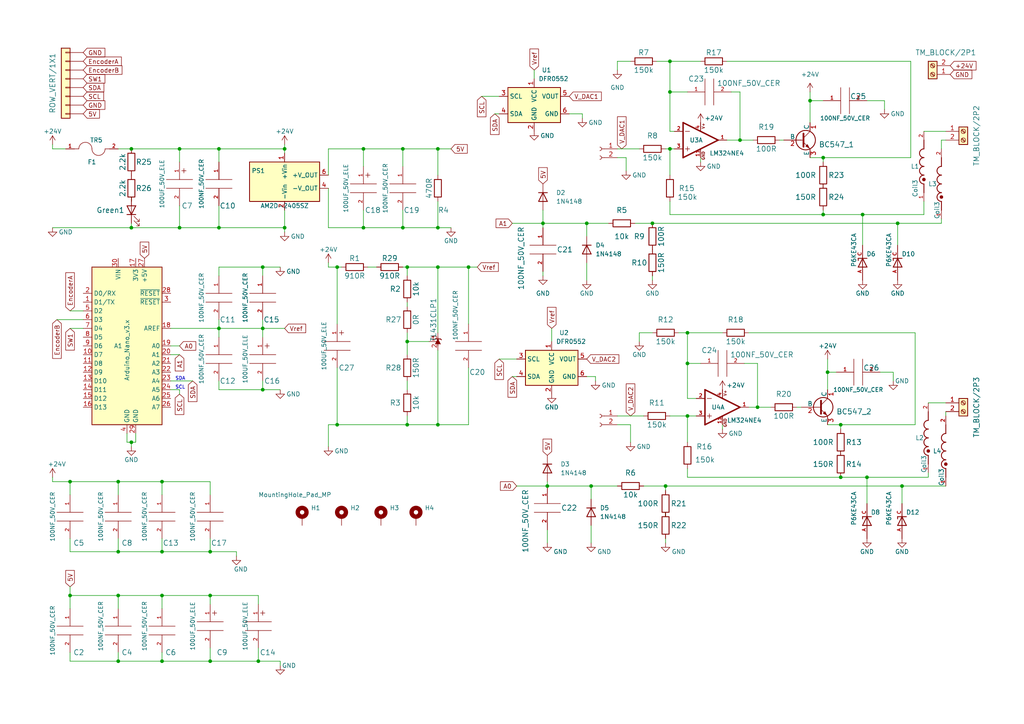
<source format=kicad_sch>
(kicad_sch (version 20230121) (generator eeschema)
  (paper "A4")
  (junction (at 63.5 66.04))
  (junction (at 38.1 43.18))
  (junction (at 46.99 172.72))
  (junction (at 60.96 172.72))
  (junction (at 76.2 113.03))
  (junction (at 194.31 43.18))
  (junction (at 194.31 26.67))
  (junction (at 105.41 43.18))
  (junction (at 63.5 95.25))
  (junction (at 34.29 191.77))
  (junction (at 116.84 43.18))
  (junction (at 118.11 99.06))
  (junction (at 60.96 191.77))
  (junction (at 127 66.04))
  (junction (at 127 123.19))
  (junction (at 238.76 45.72))
  (junction (at 20.32 172.72))
  (junction (at 118.11 77.47))
  (junction (at 82.55 66.04))
  (junction (at 251.46 138.43))
  (junction (at 34.29 139.7))
  (junction (at 189.23 64.77))
  (junction (at 199.39 96.52))
  (junction (at 34.29 160.02))
  (junction (at 238.76 62.23))
  (junction (at 214.63 40.64))
  (junction (at 97.79 123.19))
  (junction (at 127 43.18))
  (junction (at 52.07 43.18))
  (junction (at 260.35 64.77))
  (junction (at 261.62 140.97))
  (junction (at 240.03 107.95))
  (junction (at 76.2 95.25))
  (junction (at 38.1 66.04))
  (junction (at 170.18 64.77))
  (junction (at 63.5 43.18))
  (junction (at 199.39 120.65))
  (junction (at 46.99 160.02))
  (junction (at 52.07 66.04))
  (junction (at 234.95 29.21))
  (junction (at 243.84 138.43))
  (junction (at 60.96 160.02))
  (junction (at 243.84 123.19))
  (junction (at 46.99 139.7))
  (junction (at 135.89 77.47))
  (junction (at 171.45 140.97))
  (junction (at 116.84 66.04))
  (junction (at 127 77.47))
  (junction (at 157.48 64.77))
  (junction (at 76.2 77.47))
  (junction (at 250.19 62.23))
  (junction (at 97.79 77.47))
  (junction (at 46.99 191.77))
  (junction (at 82.55 43.18))
  (junction (at 219.71 118.11))
  (junction (at 158.75 140.97))
  (junction (at 38.1 128.27))
  (junction (at 74.93 191.77))
  (junction (at 20.32 139.7))
  (junction (at 194.31 17.78))
  (junction (at 105.41 66.04))
  (junction (at 34.29 172.72))
  (junction (at 199.39 105.41))
  (junction (at 193.04 140.97))
  (junction (at 118.11 123.19))
  (wire (pts (xy 15.24 41.91) (xy 15.24 43.18)))
  (wire (pts (xy 46.99 191.77) (xy 60.96 191.77)))
  (wire (pts (xy 199.39 120.65) (xy 201.93 120.65)))
  (wire (pts (xy 74.93 191.77) (xy 74.93 187.96)))
  (wire (pts (xy 231.14 118.11) (xy 232.41 118.11)))
  (wire (pts (xy 264.16 17.78) (xy 210.82 17.78)))
  (wire (pts (xy 194.31 43.18) (xy 194.31 50.8)))
  (wire (pts (xy 82.55 66.04) (xy 82.55 67.31)))
  (wire (pts (xy 179.07 17.78) (xy 182.88 17.78)))
  (wire (pts (xy 274.32 116.84) (xy 269.24 116.84)))
  (wire (pts (xy 209.55 96.52) (xy 199.39 96.52)))
  (wire (pts (xy 199.39 135.89) (xy 199.39 138.43)))
  (wire (pts (xy 46.99 160.02) (xy 60.96 160.02)))
  (wire (pts (xy 194.31 43.18) (xy 195.58 43.18)))
  (wire (pts (xy 157.48 64.77) (xy 170.18 64.77)))
  (wire (pts (xy 234.95 29.21) (xy 234.95 35.56)))
  (wire (pts (xy 238.76 54.61) (xy 238.76 53.34)))
  (wire (pts (xy 63.5 43.18) (xy 82.55 43.18)))
  (wire (pts (xy 97.79 77.47) (xy 97.79 93.98)))
  (wire (pts (xy 194.31 58.42) (xy 194.31 62.23)))
  (wire (pts (xy 196.85 96.52) (xy 199.39 96.52)))
  (wire (pts (xy 193.04 43.18) (xy 194.31 43.18)))
  (wire (pts (xy 209.55 123.19) (xy 209.55 124.46)))
  (wire (pts (xy 63.5 113.03) (xy 76.2 113.03)))
  (wire (pts (xy 52.07 100.33) (xy 49.53 100.33)))
  (wire (pts (xy 269.24 137.16) (xy 269.24 138.43)))
  (wire (pts (xy 251.46 138.43) (xy 251.46 146.05)))
  (wire (pts (xy 34.29 156.21) (xy 34.29 160.02)))
  (wire (pts (xy 181.61 45.72) (xy 181.61 49.53)))
  (wire (pts (xy 52.07 43.18) (xy 52.07 46.99)))
  (wire (pts (xy 36.83 128.27) (xy 38.1 128.27)))
  (wire (pts (xy 97.79 77.47) (xy 99.06 77.47)))
  (wire (pts (xy 199.39 138.43) (xy 243.84 138.43)))
  (wire (pts (xy 219.71 118.11) (xy 223.52 118.11)))
  (wire (pts (xy 194.31 17.78) (xy 194.31 26.67)))
  (wire (pts (xy 215.9 105.41) (xy 219.71 105.41)))
  (wire (pts (xy 243.84 132.08) (xy 243.84 130.81)))
  (wire (pts (xy 194.31 26.67) (xy 199.39 26.67)))
  (wire (pts (xy 63.5 95.25) (xy 63.5 97.79)))
  (wire (pts (xy 76.2 113.03) (xy 81.28 113.03)))
  (wire (pts (xy 60.96 156.21) (xy 60.96 160.02)))
  (wire (pts (xy 74.93 191.77) (xy 81.28 191.77)))
  (wire (pts (xy 52.07 113.03) (xy 52.07 114.3)))
  (wire (pts (xy 193.04 140.97) (xy 261.62 140.97)))
  (wire (pts (xy 49.53 113.03) (xy 52.07 113.03)))
  (wire (pts (xy 118.11 88.9) (xy 118.11 87.63)))
  (wire (pts (xy 274.32 119.38) (xy 274.32 120.65)))
  (wire (pts (xy 118.11 123.19) (xy 127 123.19)))
  (wire (pts (xy 154.94 20.32) (xy 154.94 22.86)))
  (wire (pts (xy 127 77.47) (xy 135.89 77.47)))
  (wire (pts (xy 194.31 120.65) (xy 199.39 120.65)))
  (wire (pts (xy 190.5 17.78) (xy 194.31 17.78)))
  (wire (pts (xy 234.95 29.21) (xy 238.76 29.21)))
  (wire (pts (xy 261.62 140.97) (xy 274.32 140.97)))
  (wire (pts (xy 274.32 40.64) (xy 273.05 40.64)))
  (wire (pts (xy 135.89 77.47) (xy 138.43 77.47)))
  (wire (pts (xy 95.25 76.2) (xy 95.25 77.47)))
  (wire (pts (xy 193.04 149.86) (xy 193.04 148.59)))
  (wire (pts (xy 52.07 43.18) (xy 63.5 43.18)))
  (wire (pts (xy 60.96 172.72) (xy 74.93 172.72)))
  (wire (pts (xy 265.43 96.52) (xy 217.17 96.52)))
  (wire (pts (xy 234.95 45.72) (xy 238.76 45.72)))
  (wire (pts (xy 240.03 104.14) (xy 240.03 107.95)))
  (wire (pts (xy 38.1 64.77) (xy 38.1 66.04)))
  (wire (pts (xy 81.28 191.77) (xy 81.28 193.04)))
  (wire (pts (xy 260.35 64.77) (xy 260.35 71.12)))
  (wire (pts (xy 34.29 191.77) (xy 34.29 189.23)))
  (wire (pts (xy 267.97 58.42) (xy 267.97 62.23)))
  (wire (pts (xy 182.88 123.19) (xy 182.88 128.27)))
  (wire (pts (xy 171.45 140.97) (xy 171.45 144.78)))
  (wire (pts (xy 214.63 26.67) (xy 214.63 40.64)))
  (wire (pts (xy 227.33 40.64) (xy 226.06 40.64)))
  (wire (pts (xy 158.75 139.7) (xy 158.75 140.97)))
  (wire (pts (xy 105.41 60.96) (xy 105.41 66.04)))
  (wire (pts (xy 267.97 38.1) (xy 274.32 38.1)))
  (wire (pts (xy 118.11 96.52) (xy 118.11 99.06)))
  (wire (pts (xy 194.31 26.67) (xy 194.31 38.1)))
  (wire (pts (xy 185.42 96.52) (xy 189.23 96.52)))
  (wire (pts (xy 243.84 123.19) (xy 265.43 123.19)))
  (wire (pts (xy 20.32 95.25) (xy 24.13 95.25)))
  (wire (pts (xy 194.31 38.1) (xy 195.58 38.1)))
  (wire (pts (xy 172.72 109.22) (xy 170.18 109.22)))
  (wire (pts (xy 20.32 156.21) (xy 20.32 160.02)))
  (wire (pts (xy 20.32 191.77) (xy 34.29 191.77)))
  (wire (pts (xy 243.84 138.43) (xy 251.46 138.43)))
  (wire (pts (xy 157.48 66.04) (xy 157.48 64.77)))
  (wire (pts (xy 63.5 95.25) (xy 76.2 95.25)))
  (wire (pts (xy 158.75 140.97) (xy 171.45 140.97)))
  (wire (pts (xy 149.86 140.97) (xy 158.75 140.97)))
  (wire (pts (xy 52.07 59.69) (xy 52.07 66.04)))
  (wire (pts (xy 20.32 172.72) (xy 20.32 176.53)))
  (wire (pts (xy 38.1 129.54) (xy 38.1 128.27)))
  (wire (pts (xy 20.32 170.18) (xy 20.32 172.72)))
  (wire (pts (xy 199.39 120.65) (xy 199.39 128.27)))
  (wire (pts (xy 15.24 138.43) (xy 15.24 139.7)))
  (wire (pts (xy 34.29 139.7) (xy 46.99 139.7)))
  (wire (pts (xy 34.29 160.02) (xy 46.99 160.02)))
  (wire (pts (xy 82.55 43.18) (xy 82.55 44.45)))
  (wire (pts (xy 60.96 160.02) (xy 68.58 160.02)))
  (wire (pts (xy 238.76 45.72) (xy 238.76 46.99)))
  (wire (pts (xy 95.25 77.47) (xy 97.79 77.47)))
  (wire (pts (xy 116.84 60.96) (xy 116.84 66.04)))
  (wire (pts (xy 34.29 43.18) (xy 38.1 43.18)))
  (wire (pts (xy 76.2 113.03) (xy 76.2 110.49)))
  (wire (pts (xy 127 101.6) (xy 127 123.19)))
  (wire (pts (xy 243.84 123.19) (xy 243.84 124.46)))
  (wire (pts (xy 63.5 66.04) (xy 82.55 66.04)))
  (wire (pts (xy 118.11 77.47) (xy 127 77.47)))
  (wire (pts (xy 251.46 29.21) (xy 256.54 29.21)))
  (wire (pts (xy 170.18 64.77) (xy 170.18 68.58)))
  (wire (pts (xy 76.2 92.71) (xy 76.2 95.25)))
  (wire (pts (xy 46.99 191.77) (xy 46.99 189.23)))
  (wire (pts (xy 63.5 43.18) (xy 63.5 46.99)))
  (wire (pts (xy 238.76 62.23) (xy 250.19 62.23)))
  (wire (pts (xy 95.25 66.04) (xy 95.25 54.61)))
  (wire (pts (xy 179.07 45.72) (xy 181.61 45.72)))
  (wire (pts (xy 186.69 140.97) (xy 193.04 140.97)))
  (wire (pts (xy 199.39 96.52) (xy 199.39 105.41)))
  (wire (pts (xy 76.2 77.47) (xy 81.28 77.47)))
  (wire (pts (xy 20.32 90.17) (xy 24.13 90.17)))
  (wire (pts (xy 36.83 125.73) (xy 36.83 128.27)))
  (wire (pts (xy 118.11 80.01) (xy 118.11 77.47)))
  (wire (pts (xy 165.1 33.02) (xy 168.91 33.02)))
  (wire (pts (xy 170.18 64.77) (xy 176.53 64.77)))
  (wire (pts (xy 49.53 95.25) (xy 63.5 95.25)))
  (wire (pts (xy 38.1 66.04) (xy 52.07 66.04)))
  (wire (pts (xy 105.41 66.04) (xy 116.84 66.04)))
  (wire (pts (xy 127 123.19) (xy 135.89 123.19)))
  (wire (pts (xy 68.58 160.02) (xy 68.58 161.29)))
  (wire (pts (xy 127 43.18) (xy 127 50.8)))
  (wire (pts (xy 60.96 191.77) (xy 74.93 191.77)))
  (wire (pts (xy 265.43 123.19) (xy 265.43 96.52)))
  (wire (pts (xy 240.03 107.95) (xy 240.03 113.03)))
  (wire (pts (xy 118.11 99.06) (xy 118.11 102.87)))
  (wire (pts (xy 76.2 95.25) (xy 76.2 97.79)))
  (wire (pts (xy 157.48 60.96) (xy 157.48 64.77)))
  (wire (pts (xy 168.91 33.02) (xy 168.91 34.29)))
  (wire (pts (xy 46.99 172.72) (xy 34.29 172.72)))
  (wire (pts (xy 52.07 66.04) (xy 63.5 66.04)))
  (wire (pts (xy 97.79 106.68) (xy 97.79 123.19)))
  (wire (pts (xy 38.1 57.15) (xy 38.1 58.42)))
  (wire (pts (xy 179.07 20.32) (xy 179.07 17.78)))
  (wire (pts (xy 127 43.18) (xy 130.81 43.18)))
  (wire (pts (xy 273.05 64.77) (xy 260.35 64.77)))
  (wire (pts (xy 203.2 45.72) (xy 203.2 46.99)))
  (wire (pts (xy 34.29 139.7) (xy 34.29 143.51)))
  (wire (pts (xy 46.99 172.72) (xy 46.99 176.53)))
  (wire (pts (xy 63.5 92.71) (xy 63.5 95.25)))
  (wire (pts (xy 219.71 105.41) (xy 219.71 118.11)))
  (wire (pts (xy 118.11 120.65) (xy 118.11 123.19)))
  (wire (pts (xy 76.2 95.25) (xy 82.55 95.25)))
  (wire (pts (xy 194.31 62.23) (xy 238.76 62.23)))
  (wire (pts (xy 160.02 95.25) (xy 160.02 99.06)))
  (wire (pts (xy 60.96 139.7) (xy 46.99 139.7)))
  (wire (pts (xy 34.29 191.77) (xy 46.99 191.77)))
  (wire (pts (xy 46.99 139.7) (xy 46.99 143.51)))
  (wire (pts (xy 95.25 66.04) (xy 105.41 66.04)))
  (wire (pts (xy 238.76 45.72) (xy 264.16 45.72)))
  (wire (pts (xy 179.07 43.18) (xy 185.42 43.18)))
  (wire (pts (xy 116.84 66.04) (xy 127 66.04)))
  (wire (pts (xy 212.09 26.67) (xy 214.63 26.67)))
  (wire (pts (xy 184.15 64.77) (xy 189.23 64.77)))
  (wire (pts (xy 34.29 172.72) (xy 20.32 172.72)))
  (wire (pts (xy 127 58.42) (xy 127 66.04)))
  (wire (pts (xy 95.25 123.19) (xy 95.25 129.54)))
  (wire (pts (xy 63.5 80.01) (xy 63.5 77.47)))
  (wire (pts (xy 16.51 92.71) (xy 24.13 92.71)))
  (wire (pts (xy 38.1 43.18) (xy 52.07 43.18)))
  (wire (pts (xy 105.41 43.18) (xy 105.41 48.26)))
  (wire (pts (xy 49.53 110.49) (xy 55.88 110.49)))
  (wire (pts (xy 185.42 96.52) (xy 185.42 99.06)))
  (wire (pts (xy 20.32 139.7) (xy 20.32 143.51)))
  (wire (pts (xy 251.46 138.43) (xy 269.24 138.43)))
  (wire (pts (xy 116.84 77.47) (xy 118.11 77.47)))
  (wire (pts (xy 76.2 77.47) (xy 76.2 80.01)))
  (wire (pts (xy 194.31 17.78) (xy 203.2 17.78)))
  (wire (pts (xy 63.5 113.03) (xy 63.5 110.49)))
  (wire (pts (xy 148.59 64.77) (xy 157.48 64.77)))
  (wire (pts (xy 199.39 105.41) (xy 199.39 115.57)))
  (wire (pts (xy 193.04 156.21) (xy 193.04 157.48)))
  (wire (pts (xy 217.17 118.11) (xy 219.71 118.11)))
  (wire (pts (xy 63.5 77.47) (xy 76.2 77.47)))
  (wire (pts (xy 261.62 140.97) (xy 261.62 146.05)))
  (wire (pts (xy 20.32 139.7) (xy 34.29 139.7)))
  (wire (pts (xy 148.59 109.22) (xy 149.86 109.22)))
  (wire (pts (xy 127 66.04) (xy 130.81 66.04)))
  (wire (pts (xy 15.24 43.18) (xy 19.05 43.18)))
  (wire (pts (xy 20.32 160.02) (xy 34.29 160.02)))
  (wire (pts (xy 118.11 110.49) (xy 118.11 113.03)))
  (wire (pts (xy 95.25 43.18) (xy 105.41 43.18)))
  (wire (pts (xy 74.93 172.72) (xy 74.93 175.26)))
  (wire (pts (xy 144.78 104.14) (xy 149.86 104.14)))
  (wire (pts (xy 52.07 102.87) (xy 49.53 102.87)))
  (wire (pts (xy 264.16 45.72) (xy 264.16 17.78)))
  (wire (pts (xy 189.23 81.28) (xy 189.23 80.01)))
  (wire (pts (xy 127 77.47) (xy 127 96.52)))
  (wire (pts (xy 273.05 40.64) (xy 273.05 43.18)))
  (wire (pts (xy 210.82 40.64) (xy 214.63 40.64)))
  (wire (pts (xy 39.37 125.73) (xy 39.37 128.27)))
  (wire (pts (xy 199.39 115.57) (xy 201.93 115.57)))
  (wire (pts (xy 255.27 107.95) (xy 259.08 107.95)))
  (wire (pts (xy 172.72 109.22) (xy 172.72 110.49)))
  (wire (pts (xy 171.45 152.4) (xy 171.45 157.48)))
  (wire (pts (xy 20.32 191.77) (xy 20.32 189.23)))
  (wire (pts (xy 105.41 43.18) (xy 116.84 43.18)))
  (wire (pts (xy 106.68 77.47) (xy 109.22 77.47)))
  (wire (pts (xy 171.45 140.97) (xy 179.07 140.97)))
  (wire (pts (xy 199.39 105.41) (xy 203.2 105.41)))
  (wire (pts (xy 60.96 191.77) (xy 60.96 187.96)))
  (wire (pts (xy 139.7 27.94) (xy 144.78 27.94)))
  (wire (pts (xy 118.11 99.06) (xy 124.46 99.06)))
  (wire (pts (xy 60.96 172.72) (xy 60.96 175.26)))
  (wire (pts (xy 15.24 139.7) (xy 20.32 139.7)))
  (wire (pts (xy 143.51 33.02) (xy 144.78 33.02)))
  (wire (pts (xy 46.99 172.72) (xy 60.96 172.72)))
  (wire (pts (xy 95.25 43.18) (xy 95.25 50.8)))
  (wire (pts (xy 82.55 60.96) (xy 82.55 66.04)))
  (wire (pts (xy 259.08 107.95) (xy 259.08 110.49)))
  (wire (pts (xy 38.1 128.27) (xy 39.37 128.27)))
  (wire (pts (xy 46.99 156.21) (xy 46.99 160.02)))
  (wire (pts (xy 63.5 59.69) (xy 63.5 66.04)))
  (wire (pts (xy 157.48 78.74) (xy 157.48 80.01)))
  (wire (pts (xy 135.89 106.68) (xy 135.89 123.19)))
  (wire (pts (xy 240.03 107.95) (xy 242.57 107.95)))
  (wire (pts (xy 234.95 26.67) (xy 234.95 29.21)))
  (wire (pts (xy 238.76 60.96) (xy 238.76 62.23)))
  (wire (pts (xy 60.96 139.7) (xy 60.96 143.51)))
  (wire (pts (xy 82.55 41.91) (xy 82.55 43.18)))
  (wire (pts (xy 273.05 63.5) (xy 273.05 64.77)))
  (wire (pts (xy 179.07 123.19) (xy 182.88 123.19)))
  (wire (pts (xy 250.19 62.23) (xy 250.19 71.12)))
  (wire (pts (xy 170.18 76.2) (xy 170.18 81.28)))
  (wire (pts (xy 95.25 123.19) (xy 97.79 123.19)))
  (wire (pts (xy 116.84 43.18) (xy 127 43.18)))
  (wire (pts (xy 189.23 64.77) (xy 260.35 64.77)))
  (wire (pts (xy 240.03 123.19) (xy 243.84 123.19)))
  (wire (pts (xy 158.75 157.48) (xy 158.75 153.67)))
  (wire (pts (xy 34.29 172.72) (xy 34.29 176.53)))
  (wire (pts (xy 214.63 40.64) (xy 218.44 40.64)))
  (wire (pts (xy 256.54 29.21) (xy 256.54 31.75)))
  (wire (pts (xy 179.07 120.65) (xy 186.69 120.65)))
  (wire (pts (xy 250.19 62.23) (xy 267.97 62.23)))
  (wire (pts (xy 97.79 123.19) (xy 118.11 123.19)))
  (wire (pts (xy 116.84 43.18) (xy 116.84 48.26)))
  (wire (pts (xy 15.24 66.04) (xy 38.1 66.04)))
  (wire (pts (xy 193.04 140.97) (xy 193.04 142.24)))
  (wire (pts (xy 135.89 77.47) (xy 135.89 93.98)))
  (text "SDA" (at 50.8 110.49 0) (effects (font (size 1 1)) (justify left bottom)))
  (text "SCL" (at 50.8 113.03 0) (effects (font (size 1 1)) (justify left bottom)))
  (global_label "SDA" (shape input) (at 148.59 109.22 270) (property "Intersheetrefs" "${INTERSHEET_REFS}" (effects hide)))
  (global_label "GND" (shape input) (at 24.13 15.24 0) (property "Intersheetrefs" "${INTERSHEET_REFS}" (effects hide)))
  (global_label "V_DAC1" (shape input) (at 165.1 27.94 0) (property "Intersheetrefs" "${INTERSHEET_REFS}" (effects hide)))
  (global_label "SCL" (shape input) (at 52.07 114.3 270) (property "Intersheetrefs" "${INTERSHEET_REFS}" (effects hide)))
  (global_label "GND" (shape input) (at 275.59 21.59 0) (property "Intersheetrefs" "${INTERSHEET_REFS}" (effects hide)))
  (global_label "EncoderB" (shape input) (at 24.13 20.32 0) (property "Intersheetrefs" "${INTERSHEET_REFS}" (effects hide)))
  (global_label "A0" (shape input) (at 149.86 140.97 180) (property "Intersheetrefs" "${INTERSHEET_REFS}" (effects hide)))
  (global_label "5V" (shape input) (at 24.13 33.02 0) (property "Intersheetrefs" "${INTERSHEET_REFS}" (effects hide)))
  (global_label "EncoderB" (shape input) (at 16.51 92.71 270) (property "Intersheetrefs" "${INTERSHEET_REFS}" (effects hide)))
  (global_label "5V" (shape input) (at 130.81 43.18 0) (property "Intersheetrefs" "${INTERSHEET_REFS}" (effects hide)))
  (global_label "SCL" (shape input) (at 24.13 27.94 0) (property "Intersheetrefs" "${INTERSHEET_REFS}" (effects hide)))
  (global_label "EncoderA" (shape input) (at 24.13 17.78 0) (property "Intersheetrefs" "${INTERSHEET_REFS}" (effects hide)))
  (global_label "5V" (shape input) (at 20.32 170.18 90) (property "Intersheetrefs" "${INTERSHEET_REFS}" (effects hide)))
  (global_label "V_DAC1" (shape input) (at 180.34 43.18 90) (property "Intersheetrefs" "${INTERSHEET_REFS}" (effects hide)))
  (global_label "Vref" (shape input) (at 82.55 95.25 0) (property "Intersheetrefs" "${INTERSHEET_REFS}" (effects hide)))
  (global_label "Vref" (shape input) (at 138.43 77.47 0) (property "Intersheetrefs" "${INTERSHEET_REFS}" (effects hide)))
  (global_label "SDA" (shape input) (at 55.88 110.49 270) (property "Intersheetrefs" "${INTERSHEET_REFS}" (effects hide)))
  (global_label "SW1" (shape input) (at 24.13 22.86 0) (property "Intersheetrefs" "${INTERSHEET_REFS}" (effects hide)))
  (global_label "SCL" (shape input) (at 139.7 27.94 270) (property "Intersheetrefs" "${INTERSHEET_REFS}" (effects hide)))
  (global_label "+24V" (shape input) (at 275.59 19.05 0) (property "Intersheetrefs" "${INTERSHEET_REFS}" (effects hide)))
  (global_label "Vref" (shape input) (at 154.94 20.32 90) (property "Intersheetrefs" "${INTERSHEET_REFS}" (effects hide)))
  (global_label "V_DAC2" (shape input) (at 182.88 120.65 90) (property "Intersheetrefs" "${INTERSHEET_REFS}" (effects hide)))
  (global_label "SDA" (shape input) (at 143.51 33.02 270) (property "Intersheetrefs" "${INTERSHEET_REFS}" (effects hide)))
  (global_label "EncoderA" (shape input) (at 20.32 90.17 90) (property "Intersheetrefs" "${INTERSHEET_REFS}" (effects hide)))
  (global_label "SCL" (shape input) (at 144.78 104.14 270) (property "Intersheetrefs" "${INTERSHEET_REFS}" (effects hide)))
  (global_label "A1" (shape input) (at 148.59 64.77 180) (property "Intersheetrefs" "${INTERSHEET_REFS}" (effects hide)))
  (global_label "5V" (shape input) (at 158.75 132.08 90) (property "Intersheetrefs" "${INTERSHEET_REFS}" (effects hide)))
  (global_label "GND" (shape input) (at 24.13 30.48 0) (property "Intersheetrefs" "${INTERSHEET_REFS}" (effects hide)))
  (global_label "SDA" (shape input) (at 24.13 25.4 0) (property "Intersheetrefs" "${INTERSHEET_REFS}" (effects hide)))
  (global_label "Vref" (shape input) (at 160.02 95.25 90) (property "Intersheetrefs" "${INTERSHEET_REFS}" (effects hide)))
  (global_label "A0" (shape input) (at 52.07 100.33 0) (property "Intersheetrefs" "${INTERSHEET_REFS}" (effects hide)))
  (global_label "SW1" (shape input) (at 20.32 95.25 270) (property "Intersheetrefs" "${INTERSHEET_REFS}" (effects hide)))
  (global_label "V_DAC2" (shape input) (at 170.18 104.14 0) (property "Intersheetrefs" "${INTERSHEET_REFS}" (effects hide)))
  (global_label "5V" (shape input) (at 41.91 74.93 90) (property "Intersheetrefs" "${INTERSHEET_REFS}" (effects hide)))
  (global_label "5V" (shape input) (at 157.48 53.34 90) (property "Intersheetrefs" "${INTERSHEET_REFS}" (effects hide)))
  (global_label "A1" (shape input) (at 52.07 102.87 270) (property "Intersheetrefs" "${INTERSHEET_REFS}" (effects hide)))
  (symbol (lib_id "power:GND") (at 38.1 129.54 0) (unit 1)
    (property "Reference" "#PWR06" (effects hide))
    (property "Value" "GND" (at 38.1 133.35 0))
  )
  (symbol (lib_id "VAMK_R_SMD:150k") (at 190.5 120.65 0) (unit 1)
    (property "Reference" "R11" (at 190.5 116.84 0) (effects (font (size 1.524 1.524))))
    (property "Value" "150k" (at 190.5 123.19 0) (effects (font (size 1.524 1.524))))
    (property "Footprint" "VAMK_R_SMD:1206" (effects hide))
    (property "Datasheet" "\"\"" (effects hide))
    (property "Storing Location" "EC6,  SMD station" (effects hide))
    (property "Tolerance" " +-5%" (effects hide))
    (property "Order Number Farnell" "613964" (effects hide))
    (property "Blank Field" "none" (effects hide))
  )
  (symbol (lib_id "VAMK_CON:TM_BLOCK_2P") (at 270.51 21.59 180) (unit 1)
    (property "Reference" "TM_BLOCK/2P1" (at 274.32 15.24 0) (effects (font (size 1.524 1.524))))
    (property "Value" "TM_BLOCK_2P" (effects hide))
    (property "Footprint" "VAMK_CON:TM_BLOCK_2P" (effects hide))
    (property "Datasheet" "\"\"" (effects hide))
    (property "Storing Location" "3.10.3.1" (effects hide))
    (property "Order Number Elfa" "48-375-06" (effects hide))
    (property "Order Numer Farnell" "963-2670" (effects hide))
  )
  (symbol (lib_id "power:GND") (at 251.46 156.21 0) (unit 1)
    (property "Reference" "#PWR037" (effects hide))
    (property "Value" "GND" (at 251.46 160.02 0))
  )
  (symbol (lib_id "power:GND") (at 81.28 77.47 0) (unit 1)
    (property "Reference" "#PWR010" (effects hide))
    (property "Value" "GND" (at 85.09 78.74 0))
  )
  (symbol (lib_id "VAMK_CON:TM_BLOCK_2P") (at 279.4 116.84 0) (unit 1)
    (property "Reference" "TM_BLOCK/2P3" (at 283.21 127 90) (effects (font (size 1.524 1.524)) (justify left)))
    (property "Value" "TM_BLOCK_2P" (effects hide))
    (property "Footprint" "VAMK_CON:TM_BLOCK_2P" (effects hide))
    (property "Datasheet" "\"\"" (effects hide))
    (property "Storing Location" "3.10.3.1" (effects hide))
    (property "Order Number Elfa" "48-375-06" (effects hide))
    (property "Order Numer Farnell" "963-2670" (effects hide))
  )
  (symbol (lib_id "VAMK_C_SMD:100NF_50V_CER") (at 76.2 86.36 270) (unit 1)
    (property "Reference" "C15" (at 78.74 92.71 90) (effects (font (size 1.524 1.524))))
    (property "Value" "100NF_50V_CER" (at 71.12 86.36 0) (effects (font (size 1.2 1.2))))
    (property "Footprint" "VAMK_C_SMD:C1206" (effects hide))
    (property "Datasheet" "\"\"" (effects hide))
    (property "Storing Location" " EC6, SMD station" (effects hide))
    (property "Tolerance" " +-10%" (effects hide))
    (property "Order Number Elfa" "65-776-88" (effects hide))
    (property "Prototype Name" "100n" (effects hide))
  )
  (symbol (lib_id "VAMK_C_SMD:100NF_50V_CER") (at 245.11 29.21 0) (unit 1)
    (property "Reference" "C25" (at 248.92 27.94 0) (effects (font (size 1.524 1.524))))
    (property "Value" "100NF_50V_CER" (at 245.11 34.29 0) (effects (font (size 1.2 1.2))))
    (property "Footprint" "VAMK_C_SMD:C1206" (effects hide))
    (property "Datasheet" "\"\"" (effects hide))
    (property "Storing Location" " EC6, SMD station" (effects hide))
    (property "Tolerance" " +-10%" (effects hide))
    (property "Order Number Elfa" "65-776-88" (effects hide))
    (property "Prototype Name" "100n" (effects hide))
  )
  (symbol (lib_id "Mechanical:MountingHole_Pad_MP") (at 120.65 149.86 0) (unit 1)
    (property "Reference" "H4" (at 123.19 147.32 0) (effects (justify left)))
    (property "Value" "MountingHole_Pad_MP" (effects hide))
    (property "Footprint" "MountingHole:MountingHole_3.5mm_Pad" (effects hide))
  )
  (symbol (lib_id "power:+24V") (at 240.03 104.14 0) (unit 1)
    (property "Reference" "#PWR035" (effects hide))
    (property "Value" "+24V" (at 240.03 100.33 0))
  )
  (symbol (lib_id "VAMK_R_SMD:150k") (at 186.69 17.78 0) (unit 1)
    (property "Reference" "R7" (at 186.69 15.24 0) (effects (font (size 1.524 1.524))))
    (property "Value" "150k" (at 186.69 20.32 0) (effects (font (size 1.524 1.524))))
    (property "Footprint" "VAMK_R_SMD:1206" (effects hide))
    (property "Datasheet" "\"\"" (effects hide))
    (property "Storing Location" "EC6,  SMD station" (effects hide))
    (property "Tolerance" " +-5%" (effects hide))
    (property "Order Number Farnell" "613964" (effects hide))
    (property "Blank Field" "none" (effects hide))
  )
  (symbol (lib_id "VAMK_R_SMD:150k") (at 194.31 54.61 90) (unit 1)
    (property "Reference" "R15" (at 196.85 54.61 90) (effects (font (size 1.524 1.524)) (justify right)))
    (property "Value" "150k" (at 199.39 57.15 90) (effects (font (size 1.524 1.524))))
    (property "Footprint" "VAMK_R_SMD:1206" (effects hide))
    (property "Datasheet" "\"\"" (effects hide))
    (property "Storing Location" "EC6,  SMD station" (effects hide))
    (property "Tolerance" " +-5%" (effects hide))
    (property "Order Number Farnell" "613964" (effects hide))
    (property "Blank Field" "none" (effects hide))
  )
  (symbol (lib_id "Diode:1N4148") (at 171.45 148.59 270) (unit 1)
    (property "Reference" "D5" (at 173.99 147.32 90) (effects (justify left)))
    (property "Value" "1N4148" (at 173.99 149.86 90) (effects (justify left)))
    (property "Footprint" "Diode_THT:D_DO-35_SOD27_P7.62mm_Horizontal" (effects hide))
    (property "Datasheet" "https://assets.nexperia.com/documents/data-sheet/1N4148_1N4448.pdf" (effects hide))
    (property "Sim.Device" "D" (effects hide))
    (property "Sim.Pins" "1=K 2=A" (effects hide))
  )
  (symbol (lib_id "LM324NE4:LM324NE4") (at 209.55 118.11 0) (unit 1)
    (property "Reference" "U4" (at 208.28 118.11 0))
    (property "Value" "LM324NE4" (at 215.9 121.92 0))
    (property "Footprint" "LM324NE4:DIP825W47P254L1917H533Q14" (effects hide))
    (property "Datasheet" "\"\"" (effects hide))
    (property "Order Number" "LM324NE4" (effects hide))
  )
  (symbol (lib_id "power:+24V") (at 15.24 138.43 0) (mirror y) (unit 1)
    (property "Reference" "#PWR03" (effects hide))
    (property "Value" "+24V" (at 16.51 134.62 0))
  )
  (symbol (lib_id "TR5:3554") (at 26.67 43.18 0) (unit 1)
    (property "Reference" "F1" (at 26.67 46.99 0))
    (property "Value" "TR5" (at 27.94 40.64 0))
    (property "Footprint" "TR5:FUSE_TR5" (effects hide))
    (property "Datasheet" "\"\"" (effects hide))
    (property "Price" "None" (effects hide))
    (property "Description" "TR5-500MAT" (effects hide))
    (property "Order Number" "TR5-500MAT" (effects hide))
  )
  (symbol (lib_id "VAMK_C_SMD:100NF_50V_CER") (at 46.99 182.88 270) (unit 1)
    (property "Reference" "C6" (at 49.53 189.23 90) (effects (font (size 1.524 1.524))))
    (property "Value" "100NF_50V_CER" (at 41.91 181.61 0) (effects (font (size 1.2 1.2))))
    (property "Footprint" "VAMK_C_SMD:C1206" (effects hide))
    (property "Datasheet" "\"\"" (effects hide))
    (property "Storing Location" " EC6, SMD station" (effects hide))
    (property "Tolerance" " +-10%" (effects hide))
    (property "Order Number Elfa" "65-776-88" (effects hide))
    (property "Prototype Name" "100n" (effects hide))
  )
  (symbol (lib_id "Diode:1N4148") (at 158.75 135.89 270) (unit 1)
    (property "Reference" "D3" (at 162.56 134.62 90) (effects (justify left)))
    (property "Value" "1N4148" (at 162.56 137.16 90) (effects (justify left)))
    (property "Footprint" "Diode_THT:D_DO-35_SOD27_P7.62mm_Horizontal" (effects hide))
    (property "Datasheet" "https://assets.nexperia.com/documents/data-sheet/1N4148_1N4448.pdf" (effects hide))
    (property "Sim.Device" "D" (effects hide))
    (property "Sim.Pins" "1=K 2=A" (effects hide))
  )
  (symbol (lib_id "coil3:DRC-V-822K") (at 274.32 130.81 90) (unit 1)
    (property "Reference" "L4" (at 273.05 130.81 90) (effects (justify left)))
    (property "Value" "Coil3" (at 273.05 140.97 0) (effects (justify left)))
    (property "Footprint" "Coil_3:Coil3_100uH" (effects hide))
    (property "Datasheet" "\"\"" (effects hide))
    (property "Order Number" "Coil3" (effects hide))
  )
  (symbol (lib_id "LM324NE4:LM324NE4") (at 203.2 40.64 0) (unit 1)
    (property "Reference" "U3" (at 201.93 40.64 0))
    (property "Value" "LM324NE4" (at 210.82 44.45 0))
    (property "Footprint" "LM324NE4:DIP825W47P254L1917H533Q14" (effects hide))
    (property "Datasheet" "\"\"" (effects hide))
    (property "Order Number" "LM324NE4" (effects hide))
  )
  (symbol (lib_id "power:+24V") (at 203.2 35.56 0) (mirror y) (unit 1)
    (property "Reference" "#PWR032" (effects hide))
    (property "Value" "+24V" (at 207.01 34.29 0))
  )
  (symbol (lib_id "VAMK_R:150R") (at 243.84 134.62 90) (unit 1)
    (property "Reference" "R14" (at 247.65 134.62 90) (effects (font (size 1.524 1.524))))
    (property "Value" "150R" (at 238.76 134.62 90) (effects (font (size 1.524 1.524))))
    (property "Footprint" "VAMK_R:R3_5W" (effects hide))
    (property "Datasheet" "\"\"" (effects hide))
    (property "Storing Location" " 1.5.2.2" (effects hide))
    (property "Tolerance" "+-1%" (effects hide))
    (property "Order Number Elfa" "60-713-28" (effects hide))
    (property "Order Number Farnell" "9464638" (effects hide))
    (property "Blank Field" "none" (effects hide))
  )
  (symbol (lib_id "VAMK_R:100R") (at 189.23 68.58 90) (unit 1)
    (property "Reference" "R9" (at 185.42 68.58 90) (effects (font (size 1.524 1.524))))
    (property "Value" "100R" (at 191.77 68.58 0) (effects (font (size 1.524 1.524))))
    (property "Footprint" "VAMK_R:R3_5W" (effects hide))
    (property "Datasheet" "\"\"" (effects hide))
    (property "Storing Location" " 1.5.1.1" (effects hide))
    (property "Tolerance" "+-1%" (effects hide))
    (property "Order Number Elfa" "60-711-46" (effects hide))
    (property "Order Number Farnell" "9463909" (effects hide))
    (property "Blank Field" "none" (effects hide))
  )
  (symbol (lib_id "VAMK_C:100UF_50V_ELE") (at 97.79 100.33 270) (unit 1)
    (property "Reference" "C27" (at 102.87 106.68 90) (effects (font (size 1.524 1.524)) (justify right)))
    (property "Value" "100UF_50V_ELE" (at 93.98 100.33 0) (effects (font (size 1.2 1.2))))
    (property "Footprint" "VAMK_C:C_P_3_5_8" (effects hide))
    (property "Datasheet" "\"\"" (effects hide))
    (property "Storing Location" " 2.6.3.1" (effects hide))
    (property "Prototype Name" "100u" (effects hide))
    (property "Tolerance" " +-20%" (effects hide))
    (property "Order Number Elfa" "67-013-95" (effects hide))
  )
  (symbol (lib_id "power:GND") (at 158.75 157.48 0) (unit 1)
    (property "Reference" "#PWR019" (effects hide))
    (property "Value" "GND" (at 162.56 160.02 0))
  )
  (symbol (lib_name "DRC-V-822K_3") (lib_id "coil3:DRC-V-822K") (at 269.24 127 90) (unit 1)
    (property "Reference" "L2" (at 267.97 127 90) (effects (justify left)))
    (property "Value" "Coil3" (at 267.97 137.16 0) (effects (justify left)))
    (property "Footprint" "Coil_3:Coil3_100uH" (effects hide))
    (property "Datasheet" "\"\"" (effects hide))
    (property "Order Number" "Coil3" (effects hide))
  )
  (symbol (lib_name "DRC-V-822K_1") (lib_id "coil3:DRC-V-822K") (at 267.97 48.26 90) (unit 1)
    (property "Reference" "L1" (at 264.16 48.26 90) (effects (justify right)))
    (property "Value" "Coil3" (at 265.43 52.07 0) (effects (justify right)))
    (property "Footprint" "Coil_3:Coil3_100uH" (effects hide))
    (property "Datasheet" "\"\"" (effects hide))
    (property "Order Number" "Coil3" (effects hide))
  )
  (symbol (lib_id "VAMK_C_SMD:100NF_50V_CER") (at 135.89 100.33 270) (unit 1)
    (property "Reference" "C20" (at 138.43 107.95 90) (effects (font (size 1.524 1.524))))
    (property "Value" "100NF_50V_CER" (at 132.08 91.44 0) (effects (font (size 1.2 1.2))))
    (property "Footprint" "VAMK_C_SMD:C1206" (effects hide))
    (property "Datasheet" "\"\"" (effects hide))
    (property "Storing Location" " EC6, SMD station" (effects hide))
    (property "Tolerance" " +-10%" (effects hide))
    (property "Order Number Elfa" "65-776-88" (effects hide))
    (property "Prototype Name" "100n" (effects hide))
  )
  (symbol (lib_id "DFR0552:DFR0552") (at 160.02 106.68 0) (unit 1)
    (property "Reference" "U2" (at 162.2141 96.52 0) (effects (justify left)))
    (property "Value" "DFR0552" (at 161.29 99.06 0) (effects (justify left)))
    (property "Footprint" "DAC_DFR0552:DFR0552" (effects hide))
    (property "Datasheet" "\"\"" (effects hide))
    (property "Order Number" "3517945" (effects hide))
  )
  (symbol (lib_id "VAMK_C_SMD:100NF_50V_CER") (at 116.84 54.61 270) (unit 1)
    (property "Reference" "C19" (at 119.38 60.96 90) (effects (font (size 1.524 1.524))))
    (property "Value" "100NF_50V_CER" (at 111.76 54.61 0) (effects (font (size 1.2 1.2))))
    (property "Footprint" "VAMK_C_SMD:C1206" (effects hide))
    (property "Datasheet" "\"\"" (effects hide))
    (property "Storing Location" " EC6, SMD station" (effects hide))
    (property "Tolerance" " +-10%" (effects hide))
    (property "Order Number Elfa" "65-776-88" (effects hide))
    (property "Prototype Name" "100n" (effects hide))
  )
  (symbol (lib_id "VAMK_C:100UF_50V_ELE") (at 76.2 104.14 270) (unit 1)
    (property "Reference" "C16" (at 81.28 110.49 90) (effects (font (size 1.524 1.524)) (justify right)))
    (property "Value" "100UF_50V_ELE" (at 71.12 104.14 0) (effects (font (size 1.2 1.2))))
    (property "Footprint" "VAMK_C:C_P_3_5_8" (effects hide))
    (property "Datasheet" "\"\"" (effects hide))
    (property "Storing Location" " 2.6.3.1" (effects hide))
    (property "Prototype Name" "100u" (effects hide))
    (property "Tolerance" " +-20%" (effects hide))
    (property "Order Number Elfa" "67-013-95" (effects hide))
  )
  (symbol (lib_id "VAMK_C_SMD:100NF_50V_CER") (at 209.55 105.41 0) (unit 1)
    (property "Reference" "C24" (at 205.74 101.6 0) (effects (font (size 1.524 1.524))))
    (property "Value" "100NF_50V_CER" (at 220.98 102.87 0) (effects (font (size 1.524 1.524))))
    (property "Footprint" "VAMK_C_SMD:C1206" (effects hide))
    (property "Datasheet" "\"\"" (effects hide))
    (property "Storing Location" " EC6, SMD station" (effects hide))
    (property "Tolerance" " +-10%" (effects hide))
    (property "Order Number Elfa" "65-776-88" (effects hide))
    (property "Prototype Name" "100n" (effects hide))
  )
  (symbol (lib_id "power:GND") (at 185.42 99.06 0) (unit 1)
    (property "Reference" "#PWR027" (effects hide))
    (property "Value" "GND" (at 185.42 102.87 0))
  )
  (symbol (lib_id "power:GND") (at 170.18 81.28 0) (unit 1)
    (property "Reference" "#PWR022" (effects hide))
    (property "Value" "GND" (at 170.18 85.09 0))
  )
  (symbol (lib_id "Mechanical:MountingHole_Pad_MP") (at 110.49 149.86 0) (unit 1)
    (property "Reference" "H3" (at 113.03 147.32 0) (effects (justify left)))
    (property "Value" "MountingHole_Pad_MP" (effects hide))
    (property "Footprint" "MountingHole:MountingHole_3.5mm_Pad" (effects hide))
  )
  (symbol (lib_id "P6KE43CA:P6KE43CA") (at 250.19 76.2 270) (unit 1)
    (property "Reference" "D6" (at 254 73.66 90) (effects (justify right)))
    (property "Value" "P6KE43CA" (at 247.65 77.47 0) (effects (justify right)))
    (property "Footprint" "P6KE43CA:DIOAD1300W80L670D310" (effects hide))
    (property "Datasheet" "\"\"" (effects hide))
    (property "Order Number" "P6KEG39CA" (effects hide))
  )
  (symbol (lib_id "VAMK_R_SMD:150k") (at 193.04 96.52 0) (unit 1)
    (property "Reference" "R12" (at 193.04 92.71 0) (effects (font (size 1.524 1.524))))
    (property "Value" "150k" (at 193.04 99.06 0) (effects (font (size 1.524 1.524))))
    (property "Footprint" "VAMK_R_SMD:1206" (effects hide))
    (property "Datasheet" "\"\"" (effects hide))
    (property "Storing Location" "EC6,  SMD station" (effects hide))
    (property "Tolerance" " +-5%" (effects hide))
    (property "Order Number Farnell" "613964" (effects hide))
    (property "Blank Field" "none" (effects hide))
  )
  (symbol (lib_id "VAMK_R:150R") (at 238.76 57.15 90) (unit 1)
    (property "Reference" "R24" (at 242.57 57.15 90) (effects (font (size 1.524 1.524))))
    (property "Value" "150R" (at 233.68 57.15 90) (effects (font (size 1.524 1.524))))
    (property "Footprint" "VAMK_R:R3_5W" (effects hide))
    (property "Datasheet" "\"\"" (effects hide))
    (property "Storing Location" " 1.5.2.2" (effects hide))
    (property "Tolerance" "+-1%" (effects hide))
    (property "Order Number Elfa" "60-713-28" (effects hide))
    (property "Order Number Farnell" "9464638" (effects hide))
    (property "Blank Field" "none" (effects hide))
  )
  (symbol (lib_id "P6KE43CA:P6KE43CA") (at 251.46 151.13 270) (unit 1)
    (property "Reference" "D8" (at 255.27 148.59 90) (effects (justify right)))
    (property "Value" "P6KE43CA" (at 247.65 152.4 0) (effects (justify right)))
    (property "Footprint" "P6KE43CA:DIOAD1300W80L670D310" (effects hide))
    (property "Datasheet" "\"\"" (effects hide))
    (property "Order Number" "P6KE43CA" (effects hide))
  )
  (symbol (lib_id "VAMK_R_SMD:470R") (at 127 54.61 90) (unit 1)
    (property "Reference" "R4" (at 127 60.96 90) (effects (font (size 1.524 1.524)) (justify right)))
    (property "Value" "470R" (at 124.46 54.61 0) (effects (font (size 1.524 1.524))))
    (property "Footprint" "VAMK_R_SMD:1206" (effects hide))
    (property "Datasheet" "\"\"" (effects hide))
    (property "Storing Location" "EC6,  SMD station" (effects hide))
    (property "Tolerance" " +-5%" (effects hide))
    (property "Order Number Farnell" "613666" (effects hide))
    (property "Blank Field" "none" (effects hide))
  )
  (symbol (lib_id "power:GND") (at 181.61 49.53 0) (unit 1)
    (property "Reference" "#PWR025" (effects hide))
    (property "Value" "GND" (at 185.42 50.8 0))
  )
  (symbol (lib_id "VAMK_CON:TM_BLOCK_2P") (at 279.4 38.1 0) (unit 1)
    (property "Reference" "TM_BLOCK/2P2" (at 283.21 48.26 90) (effects (font (size 1.524 1.524)) (justify left)))
    (property "Value" "TM_BLOCK_2P" (effects hide))
    (property "Footprint" "VAMK_CON:TM_BLOCK_2P" (effects hide))
    (property "Datasheet" "\"\"" (effects hide))
    (property "Storing Location" "3.10.3.1" (effects hide))
    (property "Order Number Elfa" "48-375-06" (effects hide))
    (property "Order Numer Farnell" "963-2670" (effects hide))
  )
  (symbol (lib_id "power:GND") (at 250.19 81.28 0) (unit 1)
    (property "Reference" "#PWR036" (effects hide))
    (property "Value" "GND" (at 250.19 85.09 0))
  )
  (symbol (lib_id "P6KE43CA:P6KE43CA") (at 260.35 76.2 270) (unit 1)
    (property "Reference" "D10" (at 265.43 73.66 90) (effects (justify right)))
    (property "Value" "P6KE43CA" (at 257.81 77.47 0) (effects (justify right)))
    (property "Footprint" "P6KE43CA:DIOAD1300W80L670D310" (effects hide))
    (property "Datasheet" "\"\"" (effects hide))
    (property "Order Number" "P6KEG39CA" (effects hide))
  )
  (symbol (lib_id "Mechanical:MountingHole_Pad_MP") (at 99.06 149.86 0) (unit 1)
    (property "Reference" "H2" (at 101.6 147.32 0) (effects (justify left)))
    (property "Value" "MountingHole_Pad_MP" (effects hide))
    (property "Footprint" "MountingHole:MountingHole_3.5mm_Pad" (effects hide))
  )
  (symbol (lib_id "power:GND") (at 171.45 157.48 0) (unit 1)
    (property "Reference" "#PWR023" (effects hide))
    (property "Value" "GND" (at 175.26 160.02 0))
  )
  (symbol (lib_id "VAMK_C_SMD:100NF_50V_CER") (at 46.99 149.86 270) (unit 1)
    (property "Reference" "C13" (at 49.53 157.48 90) (effects (font (size 1.524 1.524))))
    (property "Value" "100NF_50V_CER" (at 41.91 149.86 0) (effects (font (size 1.2 1.2))))
    (property "Footprint" "VAMK_C_SMD:C1206" (effects hide))
    (property "Datasheet" "\"\"" (effects hide))
    (property "Storing Location" " EC6, SMD station" (effects hide))
    (property "Tolerance" " +-10%" (effects hide))
    (property "Order Number Elfa" "65-776-88" (effects hide))
    (property "Prototype Name" "100n" (effects hide))
  )
  (symbol (lib_id "power:GND") (at 209.55 124.46 0) (unit 1)
    (property "Reference" "#PWR030" (effects hide))
    (property "Value" "GND" (at 213.36 125.73 0))
  )
  (symbol (lib_id "power:GND") (at 81.28 193.04 0) (unit 1)
    (property "Reference" "#PWR07" (effects hide))
    (property "Value" "GND" (at 83.82 193.04 0))
  )
  (symbol (lib_id "power:GND") (at 182.88 128.27 0) (unit 1)
    (property "Reference" "#PWR026" (effects hide))
    (property "Value" "GND" (at 186.69 129.54 0))
  )
  (symbol (lib_id "VAMK_R_SMD:100R") (at 227.33 118.11 0) (unit 1)
    (property "Reference" "R20" (at 227.33 114.3 0) (effects (font (size 1.524 1.524))))
    (property "Value" "100R" (at 227.33 120.65 0) (effects (font (size 1.524 1.524))))
    (property "Footprint" "VAMK_R_SMD:1206" (effects hide))
    (property "Datasheet" "\"\"" (effects hide))
    (property "Storing Location" "EC6,  SMD station" (effects hide))
    (property "Tolerance" " +-5%" (effects hide))
    (property "Order Number Farnell" "613587" (effects hide))
    (property "Blank Field" "none" (effects hide))
  )
  (symbol (lib_id "power:GND") (at 259.08 110.49 0) (unit 1)
    (property "Reference" "#PWR039" (effects hide))
    (property "Value" "GND" (at 261.62 110.49 0))
  )
  (symbol (lib_id "VAMK_C_SMD:100NF_50V_CER") (at 63.5 104.14 270) (unit 1)
    (property "Reference" "C12" (at 66.04 110.49 90) (effects (font (size 1.524 1.524))))
    (property "Value" "100NF_50V_CER" (at 58.42 104.14 0) (effects (font (size 1.2 1.2))))
    (property "Footprint" "VAMK_C_SMD:C1206" (effects hide))
    (property "Datasheet" "\"\"" (effects hide))
    (property "Storing Location" " EC6, SMD station" (effects hide))
    (property "Tolerance" " +-10%" (effects hide))
    (property "Order Number Elfa" "65-776-88" (effects hide))
    (property "Prototype Name" "100n" (effects hide))
  )
  (symbol (lib_id "AM2D2405SZ:AM2D-2405SZ") (at 67.31 50.8 0) (unit 1)
    (property "Reference" "PS1" (at 74.93 49.53 0))
    (property "Value" "AM2D-2405SZ" (at 82.55 59.69 0))
    (property "Footprint" "AM2D2405SZ" (effects hide))
    (property "Datasheet" "\"\"" (effects hide))
    (property "Order Number" "DC2WS-2405S" (effects hide))
  )
  (symbol (lib_id "power:GND") (at 160.02 114.3 0) (unit 1)
    (property "Reference" "#PWR017" (effects hide))
    (property "Value" "GND" (at 160.02 118.11 0))
  )
  (symbol (lib_id "power:+24V") (at 234.95 26.67 0) (unit 1)
    (property "Reference" "#PWR034" (effects hide))
    (property "Value" "+24V" (at 234.95 21.59 0))
  )
  (symbol (lib_id "VAMK_C:100UF_50V_ELE") (at 60.96 181.61 270) (unit 1)
    (property "Reference" "C9" (at 66.04 189.23 90) (effects (font (size 1.524 1.524)) (justify right)))
    (property "Value" "100UF_50V_ELE" (at 55.88 181.61 0) (effects (font (size 1.2 1.2))))
    (property "Footprint" "VAMK_C:C_P_3_5_8" (effects hide))
    (property "Datasheet" "\"\"" (effects hide))
    (property "Storing Location" " 2.6.3.1" (effects hide))
    (property "Prototype Name" "100u" (effects hide))
    (property "Tolerance" " +-20%" (effects hide))
    (property "Order Number Elfa" "67-013-95" (effects hide))
  )
  (symbol (lib_id "VAMK_R_SMD:100R") (at 222.25 40.64 0) (unit 1)
    (property "Reference" "R19" (at 222.25 36.83 0) (effects (font (size 1.524 1.524))))
    (property "Value" "100R" (at 222.25 43.18 0) (effects (font (size 1.524 1.524))))
    (property "Footprint" "VAMK_R_SMD:1206" (effects hide))
    (property "Datasheet" "\"\"" (effects hide))
    (property "Storing Location" "EC6,  SMD station" (effects hide))
    (property "Tolerance" " +-5%" (effects hide))
    (property "Order Number Farnell" "613587" (effects hide))
    (property "Blank Field" "none" (effects hide))
  )
  (symbol (lib_id "VAMK_R:150R") (at 193.04 152.4 90) (unit 1)
    (property "Reference" "R22" (at 196.85 152.4 90) (effects (font (size 1.524 1.524))))
    (property "Value" "150R" (at 187.96 152.4 90) (effects (font (size 1.524 1.524))))
    (property "Footprint" "VAMK_R:R3_5W" (effects hide))
    (property "Datasheet" "\"\"" (effects hide))
    (property "Storing Location" " 1.5.2.2" (effects hide))
    (property "Tolerance" "+-1%" (effects hide))
    (property "Order Number Elfa" "60-713-28" (effects hide))
    (property "Order Number Farnell" "9464638" (effects hide))
    (property "Blank Field" "none" (effects hide))
  )
  (symbol (lib_id "VAMK_C_SMD:100NF_50V_CER") (at 63.5 86.36 270) (unit 1)
    (property "Reference" "C11" (at 66.04 92.71 90) (effects (font (size 1.524 1.524))))
    (property "Value" "100NF_50V_CER" (at 58.42 86.36 0) (effects (font (size 1.2 1.2))))
    (property "Footprint" "VAMK_C_SMD:C1206" (effects hide))
    (property "Datasheet" "\"\"" (effects hide))
    (property "Storing Location" " EC6, SMD station" (effects hide))
    (property "Tolerance" " +-10%" (effects hide))
    (property "Order Number Elfa" "65-776-88" (effects hide))
    (property "Prototype Name" "100n" (effects hide))
  )
  (symbol (lib_id "Diode:1N4148") (at 157.48 57.15 270) (unit 1)
    (property "Reference" "D2" (at 161.29 55.88 90) (effects (justify left)))
    (property "Value" "1N4148" (at 161.29 58.42 90) (effects (justify left)))
    (property "Footprint" "Diode_THT:D_DO-35_SOD27_P7.62mm_Horizontal" (effects hide))
    (property "Datasheet" "https://assets.nexperia.com/documents/data-sheet/1N4148_1N4448.pdf" (effects hide))
    (property "Sim.Device" "D" (effects hide))
    (property "Sim.Pins" "1=K 2=A" (effects hide))
  )
  (symbol (lib_id "VAMK_R:910R") (at 102.87 77.47 0) (unit 1)
    (property "Reference" "R1" (at 102.87 74.93 0) (effects (font (size 1.524 1.524))))
    (property "Value" "910R" (at 102.87 80.01 0) (effects (font (size 1.524 1.524))))
    (property "Footprint" "VAMK_R:R3_5W" (effects hide))
    (property "Datasheet" "\"\"" (effects hide))
    (property "Storing Location" " 1.6.4.3" (effects hide))
    (property "Tolerance" "+-1%" (effects hide))
    (property "Order Number Elfa" "60-722-43" (effects hide))
    (property "Order Number Farnell" "9470581" (effects hide))
    (property "Blank Field" "none" (effects hide))
  )
  (symbol (lib_id "VAMK_R_SMD:10k") (at 182.88 140.97 180) (unit 1)
    (property "Reference" "R6" (at 182.88 137.16 0) (effects (font (size 1.524 1.524))))
    (property "Value" "10k" (at 182.88 143.51 0) (effects (font (size 1.524 1.524))))
    (property "Footprint" "VAMK_R_SMD:1206" (effects hide))
    (property "Datasheet" "\"\"" (effects hide))
    (property "Storing Location" "EC6,  SMD station" (effects hide))
    (property "Tolerance" " +-5%" (effects hide))
    (property "Order Number Farnell" "613824" (effects hide))
    (property "Blank Field" "none" (effects hide))
  )
  (symbol (lib_id "power:+24V") (at 95.25 76.2 0) (mirror y) (unit 1)
    (property "Reference" "#PWR013" (effects hide))
    (property "Value" "+24V" (at 95.25 72.39 0))
  )
  (symbol (lib_id "power:GND") (at 193.04 157.48 0) (unit 1)
    (property "Reference" "#PWR029" (effects hide))
    (property "Value" "GND" (at 196.85 160.02 0))
  )
  (symbol (lib_id "P6KE43CA:P6KE43CA") (at 261.62 151.13 270) (unit 1)
    (property "Reference" "D12" (at 266.7 148.59 90) (effects (justify right)))
    (property "Value" "P6KE43CA" (at 257.81 152.4 0) (effects (justify right)))
    (property "Footprint" "P6KE43CA:DIOAD1300W80L670D310" (effects hide))
    (property "Datasheet" "\"\"" (effects hide))
    (property "Order Number" "P6KEG39CA" (effects hide))
  )
  (symbol (lib_id "VAMK_R_SMD:150k") (at 213.36 96.52 0) (unit 1)
    (property "Reference" "R18" (at 213.36 92.71 0) (effects (font (size 1.524 1.524))))
    (property "Value" "150k" (at 213.36 99.06 0) (effects (font (size 1.524 1.524))))
    (property "Footprint" "VAMK_R_SMD:1206" (effects hide))
    (property "Datasheet" "\"\"" (effects hide))
    (property "Storing Location" "EC6,  SMD station" (effects hide))
    (property "Tolerance" " +-5%" (effects hide))
    (property "Order Number Farnell" "613964" (effects hide))
    (property "Blank Field" "none" (effects hide))
  )
  (symbol (lib_id "power:GND") (at 168.91 34.29 0) (unit 1)
    (property "Reference" "#PWR021" (effects hide))
    (property "Value" "GND" (at 172.72 35.56 0))
  )
  (symbol (lib_name "DRC-V-822K_2") (lib_id "coil3:DRC-V-822K") (at 273.05 53.34 90) (unit 1)
    (property "Reference" "L3" (at 269.24 53.34 90) (effects (justify right)))
    (property "Value" "Coil3" (at 271.78 58.42 0) (effects (justify right)))
    (property "Footprint" "Coil_3:Coil3_100uH" (effects hide))
    (property "Datasheet" "\"\"" (effects hide))
    (property "Order Number" "Coil3" (effects hide))
  )
  (symbol (lib_id "power:GND") (at 261.62 156.21 0) (unit 1)
    (property "Reference" "#PWR041" (effects hide))
    (property "Value" "GND" (at 261.62 160.02 0))
  )
  (symbol (lib_id "power:GND") (at 130.81 66.04 0) (unit 1)
    (property "Reference" "#PWR015" (effects hide))
    (property "Value" "GND" (at 130.81 69.85 0))
  )
  (symbol (lib_id "VAMK_C:100UF_50V_ELE") (at 52.07 53.34 270) (unit 1)
    (property "Reference" "C7" (at 55.88 59.69 90) (effects (font (size 1.524 1.524)) (justify right)))
    (property "Value" "100UF_50V_ELE" (at 46.99 53.34 0) (effects (font (size 1.2 1.2))))
    (property "Footprint" "VAMK_C:C_P_3_5_8" (effects hide))
    (property "Datasheet" "\"\"" (effects hide))
    (property "Storing Location" " 2.6.3.1" (effects hide))
    (property "Prototype Name" "100u" (effects hide))
    (property "Tolerance" " +-20%" (effects hide))
    (property "Order Number Elfa" "67-013-95" (effects hide))
  )
  (symbol (lib_id "power:GND") (at 172.72 110.49 0) (unit 1)
    (property "Reference" "#PWR020" (effects hide))
    (property "Value" "GND" (at 176.53 111.76 0))
  )
  (symbol (lib_id "power:+24V") (at 209.55 113.03 0) (mirror y) (unit 1)
    (property "Reference" "#PWR033" (effects hide))
    (property "Value" "+24V" (at 213.36 111.76 0))
  )
  (symbol (lib_id "VAMK_R:910R") (at 113.03 77.47 0) (unit 1)
    (property "Reference" "R29" (at 113.03 74.93 0) (effects (font (size 1.524 1.524))))
    (property "Value" "910R" (at 113.03 80.01 0) (effects (font (size 1.524 1.524))))
    (property "Footprint" "VAMK_R:R3_5W" (effects hide))
    (property "Datasheet" "\"\"" (effects hide))
    (property "Storing Location" " 1.6.4.3" (effects hide))
    (property "Tolerance" "+-1%" (effects hide))
    (property "Order Number Elfa" "60-722-43" (effects hide))
    (property "Order Number Farnell" "9470581" (effects hide))
    (property "Blank Field" "none" (effects hide))
  )
  (symbol (lib_id "VAMK_R:100R") (at 193.04 146.05 90) (unit 1)
    (property "Reference" "R21" (at 196.85 146.05 90) (effects (font (size 1.524 1.524))))
    (property "Value" "100R" (at 187.96 146.05 90) (effects (font (size 1.524 1.524))))
    (property "Footprint" "VAMK_R:R3_5W" (effects hide))
    (property "Datasheet" "\"\"" (effects hide))
    (property "Storing Location" " 1.5.1.1" (effects hide))
    (property "Tolerance" "+-1%" (effects hide))
    (property "Order Number Elfa" "60-711-46" (effects hide))
    (property "Order Number Farnell" "9463909" (effects hide))
    (property "Blank Field" "none" (effects hide))
  )
  (symbol (lib_id "VAMK_C_SMD:100NF_50V_CER") (at 34.29 182.88 270) (unit 1)
    (property "Reference" "C4" (at 36.83 189.23 90) (effects (font (size 1.524 1.524))))
    (property "Value" "100NF_50V_CER" (at 29.21 181.61 0) (effects (font (size 1.2 1.2))))
    (property "Footprint" "VAMK_C_SMD:C1206" (effects hide))
    (property "Datasheet" "\"\"" (effects hide))
    (property "Storing Location" " EC6, SMD station" (effects hide))
    (property "Tolerance" " +-10%" (effects hide))
    (property "Order Number Elfa" "65-776-88" (effects hide))
    (property "Prototype Name" "100n" (effects hide))
  )
  (symbol (lib_id "power:GND") (at 82.55 67.31 0) (unit 1)
    (property "Reference" "#PWR09" (effects hide))
    (property "Value" "GND" (at 86.36 68.58 0))
  )
  (symbol (lib_id "power:GND") (at 157.48 80.01 0) (unit 1)
    (property "Reference" "#PWR018" (effects hide))
    (property "Value" "GND" (at 157.48 85.09 0))
  )
  (symbol (lib_id "VAMK_R_SMD:10k") (at 118.11 83.82 90) (unit 1)
    (property "Reference" "R2" (at 113.03 83.82 90) (effects (font (size 1.524 1.524)) (justify right)))
    (property "Value" "10k" (at 120.65 83.82 0) (effects (font (size 1.524 1.524))))
    (property "Footprint" "VAMK_R_SMD:1206" (effects hide))
    (property "Datasheet" "\"\"" (effects hide))
    (property "Storing Location" "EC6,  SMD station" (effects hide))
    (property "Tolerance" " +-5%" (effects hide))
    (property "Order Number Farnell" "613824" (effects hide))
    (property "Blank Field" "none" (effects hide))
  )
  (symbol (lib_id "VAMK_R:2.2k") (at 38.1 46.99 90) (unit 1)
    (property "Reference" "R25" (at 39.37 46.99 90) (effects (font (size 1.524 1.524)) (justify right)))
    (property "Value" "2.2k" (at 35.56 46.99 0) (effects (font (size 1.524 1.524))))
    (property "Footprint" "VAMK_R:R3_5W" (effects hide))
    (property "Datasheet" "\"\"" (effects hide))
    (property "Storing Location" " 1.7.3.3" (effects hide))
    (property "Tolerance" "+-1%" (effects hide))
    (property "Order Number Elfa" "60-726-49" (effects hide))
    (property "Order Number Farnell" "9466711" (effects hide))
    (property "Blank Field" "none" (effects hide))
  )
  (symbol (lib_id "VAMK_CON:SOCKET_1X2") (at 173.99 120.65 0) (mirror y) (unit 1)
    (property "Reference" "SOCKET/1X2" (effects hide))
    (property "Value" "SOCKET_1X2" (effects hide))
    (property "Footprint" "VAMK_CON:SOCKET_1x2" (effects hide))
    (property "Datasheet" "\"\"" (effects hide))
    (property "Storing Location" "3.9.4.X" (effects hide))
    (property "Order Number Elfa" "44-157-59" (effects hide))
    (property "Order Numer Farnell" "366-5707" (effects hide))
  )
  (symbol (lib_id "power:GND") (at 154.94 38.1 0) (unit 1)
    (property "Reference" "#PWR016" (effects hide))
    (property "Value" "GND" (at 158.75 39.37 0))
  )
  (symbol (lib_id "VAMK_R_SMD:150k") (at 199.39 132.08 90) (unit 1)
    (property "Reference" "R16" (at 201.93 129.54 90) (effects (font (size 1.524 1.524)) (justify right)))
    (property "Value" "150k" (at 204.47 133.35 90) (effects (font (size 1.524 1.524))))
    (property "Footprint" "VAMK_R_SMD:1206" (effects hide))
    (property "Datasheet" "\"\"" (effects hide))
    (property "Storing Location" "EC6,  SMD station" (effects hide))
    (property "Tolerance" " +-5%" (effects hide))
    (property "Order Number Farnell" "613964" (effects hide))
    (property "Blank Field" "none" (effects hide))
  )
  (symbol (lib_id "power:+24V") (at 82.55 41.91 0) (mirror y) (unit 1)
    (property "Reference" "#PWR08" (effects hide))
    (property "Value" "+24V" (at 82.55 38.1 0))
  )
  (symbol (lib_id "VAMK_C:100UF_50V_ELE") (at 74.93 181.61 270) (unit 1)
    (property "Reference" "C14" (at 80.01 189.23 90) (effects (font (size 1.524 1.524)) (justify right)))
    (property "Value" "100UF_50V_ELE" (at 71.12 181.61 0) (effects (font (size 1.2 1.2))))
    (property "Footprint" "VAMK_C:C_P_3_5_8" (effects hide))
    (property "Datasheet" "\"\"" (effects hide))
    (property "Storing Location" " 2.6.3.1" (effects hide))
    (property "Prototype Name" "100u" (effects hide))
    (property "Tolerance" " +-20%" (effects hide))
    (property "Order Number Elfa" "67-013-95" (effects hide))
  )
  (symbol (lib_id "VAMK_R_SMD:0R") (at 118.11 92.71 90) (unit 1)
    (property "Reference" "R27" (at 111.76 92.71 90) (effects (font (size 1.524 1.524)) (justify right)))
    (property "Value" "0R" (at 120.65 92.71 0) (effects (font (size 1.524 1.524))))
    (property "Footprint" "VAMK_R_SMD:1206" (effects hide))
    (property "Datasheet" "\"\"" (effects hide))
    (property "Tolerance" " +-5%" (effects hide))
    (property "Order Number Farnell" "772240" (effects hide))
    (property "Blank Field" "none" (effects hide))
    (property "Storing Location" "EC6,  SMD station" (effects hide))
  )
  (symbol (lib_id "power:GND") (at 203.2 46.99 0) (unit 1)
    (property "Reference" "#PWR031" (effects hide))
    (property "Value" "GND" (at 207.01 48.26 0))
  )
  (symbol (lib_id "VAMK_D:GreenLED") (at 38.1 60.96 90) (unit 1)
    (property "Reference" " Green1" (at 27.94 60.96 90) (effects (font (size 1.524 1.524)) (justify right)))
    (property "Value" "GreenLED" (effects hide))
    (property "Footprint" "VAMK_D:LED" (effects hide))
    (property "Datasheet" "\"\"" (effects hide))
    (property "Storing Location" "2.10.3.1" (effects hide))
    (property "Order Number Elfa" "75-012-08" (effects hide))
    (property "Order Number Farnell" "178304" (effects hide))
  )
  (symbol (lib_id "VAMK_C_SMD:100NF_50V_CER") (at 34.29 149.86 270) (unit 1)
    (property "Reference" "C8" (at 36.83 157.48 90) (effects (font (size 1.524 1.524))))
    (property "Value" "100NF_50V_CER" (at 29.21 149.86 0) (effects (font (size 1.2 1.2))))
    (property "Footprint" "VAMK_C_SMD:C1206" (effects hide))
    (property "Datasheet" "\"\"" (effects hide))
    (property "Storing Location" " EC6, SMD station" (effects hide))
    (property "Tolerance" " +-10%" (effects hide))
    (property "Order Number Elfa" "65-776-88" (effects hide))
    (property "Prototype Name" "100n" (effects hide))
  )
  (symbol (lib_id "VAMK_R:100R") (at 243.84 128.27 90) (unit 1)
    (property "Reference" "R13" (at 247.65 128.27 90) (effects (font (size 1.524 1.524))))
    (property "Value" "100R" (at 238.76 128.27 90) (effects (font (size 1.524 1.524))))
    (property "Footprint" "VAMK_R:R3_5W" (effects hide))
    (property "Datasheet" "\"\"" (effects hide))
    (property "Storing Location" " 1.5.1.1" (effects hide))
    (property "Tolerance" "+-1%" (effects hide))
    (property "Order Number Elfa" "60-711-46" (effects hide))
    (property "Order Number Farnell" "9463909" (effects hide))
    (property "Blank Field" "none" (effects hide))
  )
  (symbol (lib_id "VAMK_ANA:BC547_TO92_0.1A") (at 232.41 40.64 0) (unit 1)
    (property "Reference" "BC547_1" (at 237.49 41.91 0) (effects (font (size 1.524 1.524)) (justify left)))
    (property "Value" "BC547_TO92_0.1A" (effects hide))
    (property "Footprint" "VAMK_ANA:TO-92" (effects hide))
    (property "Datasheet" "\"\"" (effects hide))
    (property "Storing Location" "3.2.2.1" (effects hide))
    (property "Decal" "TO-92" (effects hide))
    (property "Order Number Elfa" "71-039-22" (effects hide))
    (property "Order Number Farnell" "357054" (effects hide))
  )
  (symbol (lib_id "VAMK_R:150R") (at 189.23 76.2 90) (unit 1)
    (property "Reference" "R10" (at 185.42 76.2 90) (effects (font (size 1.524 1.524))))
    (property "Value" "150R" (at 191.77 76.2 0) (effects (font (size 1.524 1.524))))
    (property "Footprint" "VAMK_R:R3_5W" (effects hide))
    (property "Datasheet" "\"\"" (effects hide))
    (property "Storing Location" " 1.5.2.2" (effects hide))
    (property "Tolerance" "+-1%" (effects hide))
    (property "Order Number Elfa" "60-713-28" (effects hide))
    (property "Order Number Farnell" "9464638" (effects hide))
    (property "Blank Field" "none" (effects hide))
  )
  (symbol (lib_id "VAMK_C_SMD:100NF_50V_CER") (at 60.96 149.86 270) (unit 1)
    (property "Reference" "C17" (at 63.5 157.48 90) (effects (font (size 1.524 1.524))))
    (property "Value" "100NF_50V_CER" (at 55.88 149.86 0) (effects (font (size 1.2 1.2))))
    (property "Footprint" "VAMK_C_SMD:C1206" (effects hide))
    (property "Datasheet" "\"\"" (effects hide))
    (property "Storing Location" " EC6, SMD station" (effects hide))
    (property "Tolerance" " +-10%" (effects hide))
    (property "Order Number Elfa" "65-776-88" (effects hide))
    (property "Prototype Name" "100n" (effects hide))
  )
  (symbol (lib_id "VAMK_C_SMD:100NF_50V_CER") (at 158.75 147.32 270) (unit 1)
    (property "Reference" "C22" (at 165.1 147.32 90) (effects (font (size 1.524 1.524))))
    (property "Value" "100NF_50V_CER" (at 152.4 151.13 0) (effects (font (size 1.524 1.524))))
    (property "Footprint" "VAMK_C_SMD:C1206" (effects hide))
    (property "Datasheet" "\"\"" (effects hide))
    (property "Storing Location" " EC6, SMD station" (effects hide))
    (property "Tolerance" " +-10%" (effects hide))
    (property "Order Number Elfa" "65-776-88" (effects hide))
    (property "Prototype Name" "100n" (effects hide))
  )
  (symbol (lib_id "power:GND") (at 179.07 20.32 0) (unit 1)
    (property "Reference" "#PWR024" (effects hide))
    (property "Value" "GND" (at 179.07 25.4 0))
  )
  (symbol (lib_id "VAMK_R:2.2k") (at 38.1 54.61 90) (unit 1)
    (property "Reference" "R26" (at 39.37 54.61 90) (effects (font (size 1.524 1.524)) (justify right)))
    (property "Value" "2.2k" (at 35.56 54.61 0) (effects (font (size 1.524 1.524))))
    (property "Footprint" "VAMK_R:R3_5W" (effects hide))
    (property "Datasheet" "\"\"" (effects hide))
    (property "Storing Location" " 1.7.3.3" (effects hide))
    (property "Tolerance" "+-1%" (effects hide))
    (property "Order Number Elfa" "60-726-49" (effects hide))
    (property "Order Number Farnell" "9466711" (effects hide))
    (property "Blank Field" "none" (effects hide))
  )
  (symbol (lib_id "power:GND") (at 15.24 66.04 0) (unit 1)
    (property "Reference" "#PWR02" (effects hide))
    (property "Value" "GND" (at 19.05 67.31 0))
  )
  (symbol (lib_id "VAMK_R:100R") (at 238.76 50.8 90) (unit 1)
    (property "Reference" "R23" (at 242.57 50.8 90) (effects (font (size 1.524 1.524))))
    (property "Value" "100R" (at 233.68 50.8 90) (effects (font (size 1.524 1.524))))
    (property "Footprint" "VAMK_R:R3_5W" (effects hide))
    (property "Datasheet" "\"\"" (effects hide))
    (property "Storing Location" " 1.5.1.1" (effects hide))
    (property "Tolerance" "+-1%" (effects hide))
    (property "Order Number Elfa" "60-711-46" (effects hide))
    (property "Order Number Farnell" "9463909" (effects hide))
    (property "Blank Field" "none" (effects hide))
  )
  (symbol (lib_id "VAMK_CON:SOCKET_1X2") (at 173.99 43.18 0) (mirror y) (unit 1)
    (property "Reference" "SOCKET/1X1" (effects hide))
    (property "Value" "SOCKET_1X2" (effects hide))
    (property "Footprint" "VAMK_CON:SOCKET_1x2" (effects hide))
    (property "Datasheet" "\"\"" (effects hide))
    (property "Storing Location" "3.9.4.X" (effects hide))
    (property "Order Number Elfa" "44-157-59" (effects hide))
    (property "Order Numer Farnell" "366-5707" (effects hide))
  )
  (symbol (lib_id "VAMK_R_SMD:150k") (at 207.01 17.78 0) (unit 1)
    (property "Reference" "R17" (at 207.01 15.24 0) (effects (font (size 1.524 1.524))))
    (property "Value" "150k" (at 207.01 20.32 0) (effects (font (size 1.524 1.524))))
    (property "Footprint" "VAMK_R_SMD:1206" (effects hide))
    (property "Datasheet" "\"\"" (effects hide))
    (property "Storing Location" "EC6,  SMD station" (effects hide))
    (property "Tolerance" " +-5%" (effects hide))
    (property "Order Number Farnell" "613964" (effects hide))
    (property "Blank Field" "none" (effects hide))
  )
  (symbol (lib_id "VAMK_IC:TL431CLP_TO92") (at 127 99.06 90) (unit 1)
    (property "Reference" "TL431CLP1" (at 125.73 86.36 0) (effects (font (size 1.524 1.524)) (justify right)))
    (property "Value" "TL431CLP_TO92" (effects hide))
    (property "Footprint" "VAMK_IC:TO-92" (effects hide))
    (property "Datasheet" "\"\"" (effects hide))
    (property "Storing Location" "3.8.2.1" (effects hide))
    (property "Order Number Farnell" "9489339" (effects hide))
  )
  (symbol (lib_id "VAMK_C_SMD:100NF_50V_CER") (at 20.32 182.88 270) (unit 1)
    (property "Reference" "C2" (at 22.86 189.23 90) (effects (font (size 1.524 1.524))))
    (property "Value" "100NF_50V_CER" (at 15.24 182.88 0) (effects (font (size 1.2 1.2))))
    (property "Footprint" "VAMK_C_SMD:C1206" (effects hide))
    (property "Datasheet" "\"\"" (effects hide))
    (property "Storing Location" " EC6, SMD station" (effects hide))
    (property "Tolerance" " +-10%" (effects hide))
    (property "Order Number Elfa" "65-776-88" (effects hide))
    (property "Prototype Name" "100n" (effects hide))
  )
  (symbol (lib_id "power:GND") (at 189.23 81.28 0) (unit 1)
    (property "Reference" "#PWR028" (effects hide))
    (property "Value" "GND" (at 189.23 85.09 0))
  )
  (symbol (lib_id "power:GND") (at 95.25 129.54 0) (unit 1)
    (property "Reference" "#PWR014" (effects hide))
    (property "Value" "GND" (at 99.06 130.81 0))
  )
  (symbol (lib_name "DFR0552_1") (lib_id "DFR0552:DFR0552") (at 154.94 30.48 0) (unit 1)
    (property "Reference" "U1" (at 157.1341 20.32 0) (effects (justify left)))
    (property "Value" "DFR0552" (at 156.21 22.86 0) (effects (justify left)))
    (property "Footprint" "DAC_DFR0552:DFR0552" (effects hide))
    (property "Datasheet" "\"\"" (effects hide))
    (property "Order Number" "3517945" (effects hide))
  )
  (symbol (lib_id "Mechanical:MountingHole_Pad_MP") (at 87.63 149.86 0) (unit 1)
    (property "Reference" "H1" (at 90.17 147.32 0) (effects (justify left)))
    (property "Value" "MountingHole_Pad_MP" (at 74.93 143.51 0) (effects (justify left)))
    (property "Footprint" "MountingHole:MountingHole_3.5mm_Pad" (effects hide))
  )
  (symbol (lib_id "VAMK_R_SMD:10k") (at 118.11 116.84 90) (unit 1)
    (property "Reference" "R3" (at 113.03 116.84 90) (effects (font (size 1.524 1.524)) (justify right)))
    (property "Value" "10k" (at 120.65 116.84 0) (effects (font (size 1.524 1.524))))
    (property "Footprint" "VAMK_R_SMD:1206" (effects hide))
    (property "Datasheet" "\"\"" (effects hide))
    (property "Storing Location" "EC6,  SMD station" (effects hide))
    (property "Tolerance" " +-5%" (effects hide))
    (property "Order Number Farnell" "613824" (effects hide))
    (property "Blank Field" "none" (effects hide))
  )
  (symbol (lib_id "VAMK_R_SMD:10k") (at 180.34 64.77 180) (unit 1)
    (property "Reference" "R5" (at 180.34 60.96 0) (effects (font (size 1.524 1.524))))
    (property "Value" "10k" (at 180.34 68.58 0) (effects (font (size 1.524 1.524))))
    (property "Footprint" "VAMK_R_SMD:1206" (effects hide))
    (property "Datasheet" "\"\"" (effects hide))
    (property "Storing Location" "EC6,  SMD station" (effects hide))
    (property "Tolerance" " +-5%" (effects hide))
    (property "Order Number Farnell" "613824" (effects hide))
    (property "Blank Field" "none" (effects hide))
  )
  (symbol (lib_id "VAMK_C_SMD:100NF_50V_CER") (at 205.74 26.67 0) (unit 1)
    (property "Reference" "C23" (at 201.93 22.86 0) (effects (font (size 1.524 1.524))))
    (property "Value" "100NF_50V_CER" (at 217.17 24.13 0) (effects (font (size 1.524 1.524))))
    (property "Footprint" "VAMK_C_SMD:C1206" (effects hide))
    (property "Datasheet" "\"\"" (effects hide))
    (property "Storing Location" " EC6, SMD station" (effects hide))
    (property "Tolerance" " +-10%" (effects hide))
    (property "Order Number Elfa" "65-776-88" (effects hide))
    (property "Prototype Name" "100n" (effects hide))
  )
  (symbol (lib_id "VAMK_CON:ROW_VERT_1X8") (at 19.05 25.4 180) (unit 1)
    (property "Reference" "ROW_VERT/1X1" (at 15.24 24.13 90) (effects (font (size 1.524 1.524))))
    (property "Value" "ROW_VERT_1X8" (effects hide))
    (property "Footprint" "VAMK_CON:ROW_VERT_1x8" (effects hide))
    (property "Datasheet" "\"\"" (effects hide))
    (property "Storing Location" "3.10.1.X" (effects hide))
    (property "Order Number Elfa" "43-702-19" (effects hide))
    (property "Order Numer Farnell" "329-1807" (effects hide))
  )
  (symbol (lib_id "power:+24V") (at 15.24 41.91 0) (mirror y) (unit 1)
    (property "Reference" "#PWR01" (effects hide))
    (property "Value" "+24V" (at 15.24 38.1 0))
  )
  (symbol (lib_id "VAMK_R_SMD:150k") (at 189.23 43.18 0) (unit 1)
    (property "Reference" "R8" (at 189.23 39.37 0) (effects (font (size 1.524 1.524))))
    (property "Value" "150k" (at 189.23 45.72 0) (effects (font (size 1.524 1.524))))
    (property "Footprint" "VAMK_R_SMD:1206" (effects hide))
    (property "Datasheet" "\"\"" (effects hide))
    (property "Storing Location" "EC6,  SMD station" (effects hide))
    (property "Tolerance" " +-5%" (effects hide))
    (property "Order Number Farnell" "613964" (effects hide))
    (property "Blank Field" "none" (effects hide))
  )
  (symbol (lib_id "VAMK_C_SMD:100NF_50V_CER") (at 63.5 53.34 270) (unit 1)
    (property "Reference" "C10" (at 66.04 59.69 90) (effects (font (size 1.524 1.524))))
    (property "Value" "100NF_50V_CER" (at 58.42 53.34 0) (effects (font (size 1.2 1.2))))
    (property "Footprint" "VAMK_C_SMD:C1206" (effects hide))
    (property "Datasheet" "\"\"" (effects hide))
    (property "Storing Location" " EC6, SMD station" (effects hide))
    (property "Tolerance" " +-10%" (effects hide))
    (property "Order Number Elfa" "65-776-88" (effects hide))
    (property "Prototype Name" "100n" (effects hide))
  )
  (symbol (lib_id "power:GND") (at 81.28 113.03 0) (unit 1)
    (property "Reference" "#PWR011" (effects hide))
    (property "Value" "GND" (at 85.09 114.3 0))
  )
  (symbol (lib_id "VAMK_R_SMD:150R") (at 118.11 106.68 90) (unit 1)
    (property "Reference" "R28" (at 111.76 106.68 90) (effects (font (size 1.524 1.524)) (justify right)))
    (property "Value" "150R" (at 120.65 106.68 0) (effects (font (size 1.524 1.524))))
    (property "Footprint" "VAMK_R_SMD:1206" (effects hide))
    (property "Datasheet" "\"\"" (effects hide))
    (property "Storing Location" "EC6,  SMD station" (effects hide))
    (property "Tolerance" " +-5%" (effects hide))
    (property "Order Number Farnell" "613605" (effects hide))
    (property "Blank Field" "none" (effects hide))
  )
  (symbol (lib_id "power:GND") (at 256.54 31.75 0) (unit 1)
    (property "Reference" "#PWR038" (effects hide))
    (property "Value" "GND" (at 260.35 33.02 0))
  )
  (symbol (lib_id "MCU_Module:Arduino_Nano_v3.x") (at 36.83 100.33 0) (unit 1)
    (property "Reference" "A1" (at 33.02 100.33 0) (effects (justify left)))
    (property "Value" "Arduino_Nano_v3.x" (at 36.83 110.49 90) (effects (justify left)))
    (property "Footprint" "Module:Arduino_Nano" (effects hide))
    (property "Datasheet" "http://www.mouser.com/pdfdocs/Gravitech_Arduino_Nano3_0.pdf" (effects hide))
    (property "Order Number" "1848691" (effects hide))
    (property "Price" "21,03" (effects hide))
  )
  (symbol (lib_id "VAMK_C_SMD:100NF_50V_CER") (at 248.92 107.95 0) (unit 1)
    (property "Reference" "C26" (at 252.73 106.68 0) (effects (font (size 1.524 1.524))))
    (property "Value" "100NF_50V_CER" (at 248.92 113.03 0) (effects (font (size 1.2 1.2))))
    (property "Footprint" "VAMK_C_SMD:C1206" (effects hide))
    (property "Datasheet" "\"\"" (effects hide))
    (property "Storing Location" " EC6, SMD station" (effects hide))
    (property "Tolerance" " +-10%" (effects hide))
    (property "Order Number Elfa" "65-776-88" (effects hide))
    (property "Prototype Name" "100n" (effects hide))
  )
  (symbol (lib_id "VAMK_C_SMD:100NF_50V_CER") (at 20.32 149.86 270) (unit 1)
    (property "Reference" "C5" (at 22.86 157.48 90) (effects (font (size 1.524 1.524))))
    (property "Value" "100NF_50V_CER" (at 15.24 149.86 0) (effects (font (size 1.2 1.2))))
    (property "Footprint" "VAMK_C_SMD:C1206" (effects hide))
    (property "Datasheet" "\"\"" (effects hide))
    (property "Storing Location" " EC6, SMD station" (effects hide))
    (property "Tolerance" " +-10%" (effects hide))
    (property "Order Number Elfa" "65-776-88" (effects hide))
    (property "Prototype Name" "100n" (effects hide))
  )
  (symbol (lib_id "power:GND") (at 260.35 81.28 0) (unit 1)
    (property "Reference" "#PWR040" (effects hide))
    (property "Value" "GND" (at 260.35 85.09 0))
  )
  (symbol (lib_id "VAMK_C_SMD:100NF_50V_CER") (at 157.48 72.39 270) (unit 1)
    (property "Reference" "C21" (at 163.83 72.39 90) (effects (font (size 1.524 1.524))))
    (property "Value" "100NF_50V_CER" (at 151.13 74.93 0) (effects (font (size 1.524 1.524))))
    (property "Footprint" "VAMK_C_SMD:C1206" (effects hide))
    (property "Datasheet" "\"\"" (effects hide))
    (property "Storing Location" " EC6, SMD station" (effects hide))
    (property "Tolerance" " +-10%" (effects hide))
    (property "Order Number Elfa" "65-776-88" (effects hide))
    (property "Prototype Name" "100n" (effects hide))
  )
  (symbol (lib_id "Diode:1N4148") (at 170.18 72.39 270) (unit 1)
    (property "Reference" "D4" (at 172.72 71.12 90) (effects (justify left)))
    (property "Value" "1N4148" (at 172.72 73.66 90) (effects (justify left)))
    (property "Footprint" "Diode_THT:D_DO-35_SOD27_P7.62mm_Horizontal" (effects hide))
    (property "Datasheet" "https://assets.nexperia.com/documents/data-sheet/1N4148_1N4448.pdf" (effects hide))
    (property "Sim.Device" "D" (effects hide))
    (property "Sim.Pins" "1=K 2=A" (effects hide))
  )
  (symbol (lib_id "VAMK_C:100UF_50V_ELE") (at 105.41 54.61 270) (unit 1)
    (property "Reference" "C18" (at 110.49 60.96 90) (effects (font (size 1.524 1.524)) (justify right)))
    (property "Value" "100UF_50V_ELE" (at 100.33 54.61 0) (effects (font (size 1.2 1.2))))
    (property "Footprint" "VAMK_C:C_P_3_5_8" (effects hide))
    (property "Datasheet" "\"\"" (effects hide))
    (property "Storing Location" " 2.6.3.1" (effects hide))
    (property "Prototype Name" "100u" (effects hide))
    (property "Tolerance" " +-20%" (effects hide))
    (property "Order Number Elfa" "67-013-95" (effects hide))
  )
  (symbol (lib_id "VAMK_ANA:BC547_TO92_0.1A") (at 237.49 118.11 0) (unit 1)
    (property "Reference" "BC547_2" (at 242.57 119.38 0) (effects (font (size 1.524 1.524)) (justify left)))
    (property "Value" "BC547_TO92_0.1A" (effects hide))
    (property "Footprint" "VAMK_ANA:TO-92" (effects hide))
    (property "Datasheet" "\"\"" (effects hide))
    (property "Storing Location" "3.2.2.1" (effects hide))
    (property "Decal" "TO-92" (effects hide))
    (property "Order Number Elfa" "71-039-22" (effects hide))
    (property "Order Number Farnell" "357054" (effects hide))
  )
  (symbol (lib_id "power:GND") (at 68.58 161.29 0) (unit 1)
    (property "Reference" "#PWR012" (effects hide))
    (property "Value" "GND" (at 69.85 165.1 0))
  )
)
</source>
